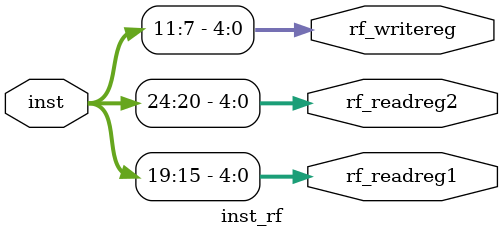
<source format=v>
`timescale 1ns / 1ps


//----ALUOp----
`define AddALU     3'b000
`define SubALU     3'b001
`define AndALU     3'b010
`define OrALU      3'b011
`define XorALU     3'b100
`define SLTALU     3'b101
`define AddiALU    3'b110 //Add vs ADDI**






//----Load from mem----
`define LD              3'b011
`define LW              3'b010
`define LWU             3'b110
`define LH              3'b001
`define LHU             3'b101
//----Store to mem----
`define SD              3'b011
`define SW              3'b010
`define SH              3'b001




//----Funct3----
//||Arithmetic||
`define Addf3             3'b000
`define Andf3             3'b111
`define Orf3              3'b110
`define Xorf3             3'b100
`define SLTf3             3'b010

//||Conditional Jump||
`define BNEf3             3'b001


//----Funct7----
//||Arithmetic||
`define Subf7            7'b0100000



//----Opcode----
`define ARITHopcode           7'b0110011
`define ADDIopcode            7'b0010011 
`define COND_BRAopcode        7'b1100011
`define JALopcode             7'b1101111
`define JALRopcode            7'b1100111
`define LOADopcode            7'b0000011
`define STOREopcode           7'b0100011

module inst_rf(
    
    inst, 
    rf_readreg1, rf_readreg2,
    rf_writereg

    );
    
    input [31:0] inst;
    output [4:0] rf_readreg1, rf_readreg2;
    output [4:0] rf_writereg;
    
    assign rf_writereg=inst[11:7];
    assign rf_readreg1=inst[19:15];
    assign rf_readreg2=inst[24:20];
    

endmodule
</source>
